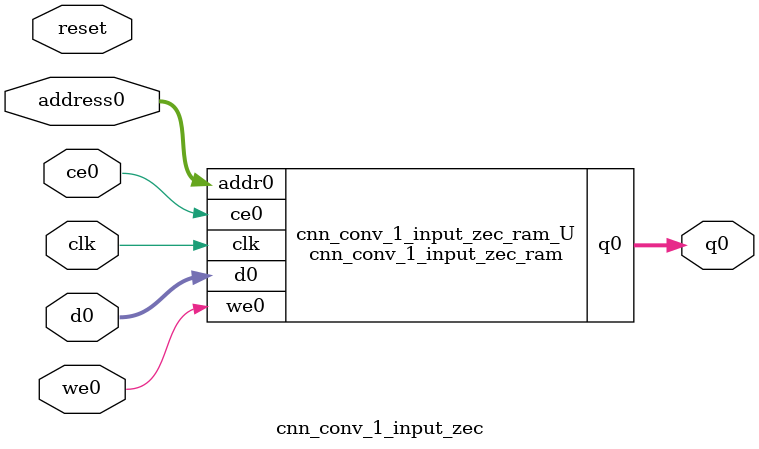
<source format=v>
`timescale 1 ns / 1 ps
module cnn_conv_1_input_zec_ram (addr0, ce0, d0, we0, q0,  clk);

parameter DWIDTH = 32;
parameter AWIDTH = 7;
parameter MEM_SIZE = 81;

input[AWIDTH-1:0] addr0;
input ce0;
input[DWIDTH-1:0] d0;
input we0;
output reg[DWIDTH-1:0] q0;
input clk;

(* ram_style = "block" *)reg [DWIDTH-1:0] ram[0:MEM_SIZE-1];




always @(posedge clk)  
begin 
    if (ce0) 
    begin
        if (we0) 
        begin 
            ram[addr0] <= d0; 
        end 
        q0 <= ram[addr0];
    end
end


endmodule

`timescale 1 ns / 1 ps
module cnn_conv_1_input_zec(
    reset,
    clk,
    address0,
    ce0,
    we0,
    d0,
    q0);

parameter DataWidth = 32'd32;
parameter AddressRange = 32'd81;
parameter AddressWidth = 32'd7;
input reset;
input clk;
input[AddressWidth - 1:0] address0;
input ce0;
input we0;
input[DataWidth - 1:0] d0;
output[DataWidth - 1:0] q0;



cnn_conv_1_input_zec_ram cnn_conv_1_input_zec_ram_U(
    .clk( clk ),
    .addr0( address0 ),
    .ce0( ce0 ),
    .we0( we0 ),
    .d0( d0 ),
    .q0( q0 ));

endmodule


</source>
